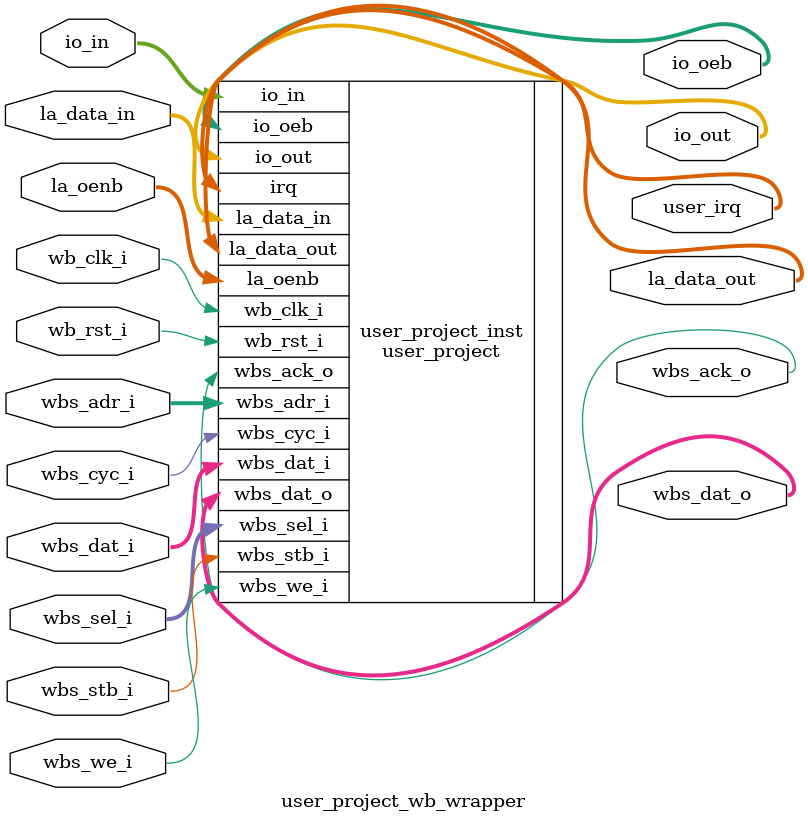
<source format=v>
`default_nettype none


module user_project_wb_wrapper (
`ifdef USE_POWER_PINS
    inout VPWR,
    inout VGND,
`endif

    // Wishbone Slave ports (WB MI A)
    input         wb_clk_i,
    input         wb_rst_i,
    input         wbs_stb_i,
    input         wbs_cyc_i,
    input         wbs_we_i,
    input  [3:0]  wbs_sel_i,
    input  [31:0] wbs_dat_i,
    input  [31:0] wbs_adr_i,
    output        wbs_ack_o,
    output [31:0] wbs_dat_o,

    // Logic Analyzer Signals
    input  [127:0] la_data_in,
    output [127:0] la_data_out,
    input  [127:0] la_oenb,

    // IOs
    input  [37:0] io_in,
    output [37:0] io_out,
    output [37:0] io_oeb,

    // IRQ
    output [2:0] user_irq
);

    user_project user_project_inst (
    `ifdef USE_POWER_PINS
        .vccd1(VPWR),
        .vssd1(VGND),
    `endif
        .wb_clk_i(wb_clk_i),
        .wb_rst_i(wb_rst_i),
        .wbs_stb_i(wbs_stb_i),
        .wbs_cyc_i(wbs_cyc_i),
        .wbs_we_i(wbs_we_i),
        .wbs_sel_i(wbs_sel_i),
        .wbs_dat_i(wbs_dat_i),
        .wbs_adr_i(wbs_adr_i),
        .wbs_ack_o(wbs_ack_o),
        .wbs_dat_o(wbs_dat_o),
        .la_data_in(la_data_in),
        .la_data_out(la_data_out),
        .la_oenb(la_oenb),
        .io_in(io_in),
        .io_out(io_out),
        .io_oeb(io_oeb),
        .irq(user_irq)
    );

endmodule

`default_nettype wire
</source>
